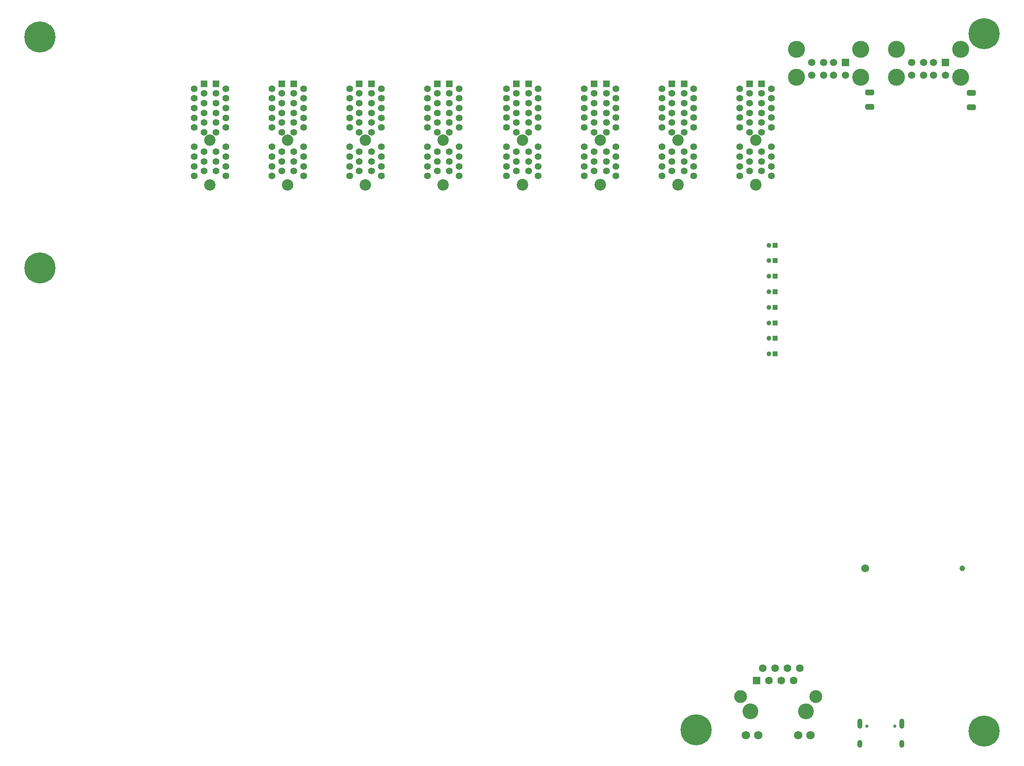
<source format=gbr>
%TF.GenerationSoftware,KiCad,Pcbnew,9.0.7*%
%TF.CreationDate,2026-02-17T10:47:16+01:00*%
%TF.ProjectId,PDNode_Baseboard,50444e6f-6465-45f4-9261-7365626f6172,rev?*%
%TF.SameCoordinates,Original*%
%TF.FileFunction,Soldermask,Bot*%
%TF.FilePolarity,Negative*%
%FSLAX46Y46*%
G04 Gerber Fmt 4.6, Leading zero omitted, Abs format (unit mm)*
G04 Created by KiCad (PCBNEW 9.0.7) date 2026-02-17 10:47:16*
%MOMM*%
%LPD*%
G01*
G04 APERTURE LIST*
G04 Aperture macros list*
%AMRoundRect*
0 Rectangle with rounded corners*
0 $1 Rounding radius*
0 $2 $3 $4 $5 $6 $7 $8 $9 X,Y pos of 4 corners*
0 Add a 4 corners polygon primitive as box body*
4,1,4,$2,$3,$4,$5,$6,$7,$8,$9,$2,$3,0*
0 Add four circle primitives for the rounded corners*
1,1,$1+$1,$2,$3*
1,1,$1+$1,$4,$5*
1,1,$1+$1,$6,$7*
1,1,$1+$1,$8,$9*
0 Add four rect primitives between the rounded corners*
20,1,$1+$1,$2,$3,$4,$5,0*
20,1,$1+$1,$4,$5,$6,$7,0*
20,1,$1+$1,$6,$7,$8,$9,0*
20,1,$1+$1,$8,$9,$2,$3,0*%
G04 Aperture macros list end*
%ADD10C,2.350000*%
%ADD11RoundRect,0.102000X-0.604000X0.604000X-0.604000X-0.604000X0.604000X-0.604000X0.604000X0.604000X0*%
%ADD12C,1.412000*%
%ADD13R,1.000000X1.000000*%
%ADD14C,1.000000*%
%ADD15C,0.800000*%
%ADD16C,6.400000*%
%ADD17C,0.650000*%
%ADD18O,1.000000X2.100000*%
%ADD19O,1.000000X1.600000*%
%ADD20C,3.250000*%
%ADD21RoundRect,0.102000X0.699000X0.699000X-0.699000X0.699000X-0.699000X-0.699000X0.699000X-0.699000X0*%
%ADD22C,1.602000*%
%ADD23C,1.734000*%
%ADD24C,2.649000*%
%ADD25R,1.500000X1.500000*%
%ADD26C,1.500000*%
%ADD27C,3.500000*%
%ADD28C,1.650000*%
%ADD29C,1.150000*%
%ADD30RoundRect,0.250000X-0.650000X0.325000X-0.650000X-0.325000X0.650000X-0.325000X0.650000X0.325000X0*%
G04 APERTURE END LIST*
D10*
%TO.C,J6*%
X230987322Y-99989781D03*
X230987322Y-109139781D03*
D11*
X232237322Y-88339781D03*
D12*
X234237322Y-89339781D03*
X232237322Y-90339781D03*
X234237322Y-91339781D03*
X232237322Y-92339781D03*
X234237322Y-93339781D03*
X232237322Y-94339781D03*
X234237322Y-95339781D03*
X232237322Y-96339781D03*
X234237322Y-97339781D03*
X232237322Y-98339781D03*
X234237322Y-101339781D03*
X232237322Y-102339781D03*
X234237322Y-103339781D03*
X232237322Y-104339781D03*
X234237322Y-105339781D03*
X232237322Y-106339781D03*
X234237322Y-107339781D03*
D11*
X229737322Y-88339781D03*
D12*
X227737322Y-89339781D03*
X229737322Y-90339781D03*
X227737322Y-91339781D03*
X229737322Y-92339781D03*
X227737322Y-93339781D03*
X229737322Y-94339781D03*
X227737322Y-95339781D03*
X229737322Y-96339781D03*
X227737322Y-97339781D03*
X229737322Y-98339781D03*
X227737322Y-101339781D03*
X229737322Y-102339781D03*
X227737322Y-103339781D03*
X229737322Y-104339781D03*
X227737322Y-105339781D03*
X229737322Y-106339781D03*
X227737322Y-107339781D03*
%TD*%
D13*
%TO.C,J14*%
X266970000Y-144000000D03*
D14*
X265700000Y-144000000D03*
%TD*%
D13*
%TO.C,J17*%
X267000000Y-134400000D03*
D14*
X265730000Y-134400000D03*
%TD*%
D10*
%TO.C,J5*%
X246987322Y-99989781D03*
X246987322Y-109139781D03*
D11*
X248237322Y-88339781D03*
D12*
X250237322Y-89339781D03*
X248237322Y-90339781D03*
X250237322Y-91339781D03*
X248237322Y-92339781D03*
X250237322Y-93339781D03*
X248237322Y-94339781D03*
X250237322Y-95339781D03*
X248237322Y-96339781D03*
X250237322Y-97339781D03*
X248237322Y-98339781D03*
X250237322Y-101339781D03*
X248237322Y-102339781D03*
X250237322Y-103339781D03*
X248237322Y-104339781D03*
X250237322Y-105339781D03*
X248237322Y-106339781D03*
X250237322Y-107339781D03*
D11*
X245737322Y-88339781D03*
D12*
X243737322Y-89339781D03*
X245737322Y-90339781D03*
X243737322Y-91339781D03*
X245737322Y-92339781D03*
X243737322Y-93339781D03*
X245737322Y-94339781D03*
X243737322Y-95339781D03*
X245737322Y-96339781D03*
X243737322Y-97339781D03*
X245737322Y-98339781D03*
X243737322Y-101339781D03*
X245737322Y-102339781D03*
X243737322Y-103339781D03*
X245737322Y-104339781D03*
X243737322Y-105339781D03*
X245737322Y-106339781D03*
X243737322Y-107339781D03*
%TD*%
D13*
%TO.C,J16*%
X266970000Y-137600000D03*
D14*
X265700000Y-137600000D03*
%TD*%
D10*
%TO.C,REF\u002A\u002A*%
X198700000Y-100000000D03*
X198700000Y-109150000D03*
%TD*%
%TO.C,J10*%
X166684650Y-100000691D03*
X166684650Y-109150691D03*
D11*
X167934650Y-88350691D03*
D12*
X169934650Y-89350691D03*
X167934650Y-90350691D03*
X169934650Y-91350691D03*
X167934650Y-92350691D03*
X169934650Y-93350691D03*
X167934650Y-94350691D03*
X169934650Y-95350691D03*
X167934650Y-96350691D03*
X169934650Y-97350691D03*
X167934650Y-98350691D03*
X169934650Y-101350691D03*
X167934650Y-102350691D03*
X169934650Y-103350691D03*
X167934650Y-104350691D03*
X169934650Y-105350691D03*
X167934650Y-106350691D03*
X169934650Y-107350691D03*
D11*
X165434650Y-88350691D03*
D12*
X163434650Y-89350691D03*
X165434650Y-90350691D03*
X163434650Y-91350691D03*
X165434650Y-92350691D03*
X163434650Y-93350691D03*
X165434650Y-94350691D03*
X163434650Y-95350691D03*
X165434650Y-96350691D03*
X163434650Y-97350691D03*
X165434650Y-98350691D03*
X163434650Y-101350691D03*
X165434650Y-102350691D03*
X163434650Y-103350691D03*
X165434650Y-104350691D03*
X163434650Y-105350691D03*
X165434650Y-106350691D03*
X163434650Y-107350691D03*
%TD*%
D15*
%TO.C,H3*%
X248297056Y-221447056D03*
X249000000Y-219750000D03*
X249000000Y-223144112D03*
X250697056Y-219047056D03*
D16*
X250697056Y-221447056D03*
D15*
X250697056Y-223847056D03*
X252394112Y-219750000D03*
X252394112Y-223144112D03*
X253097056Y-221447056D03*
%TD*%
%TO.C,H5*%
X113325000Y-126325000D03*
X114027944Y-124627944D03*
X114027944Y-128022056D03*
X115725000Y-123925000D03*
D16*
X115725000Y-126325000D03*
D15*
X115725000Y-128725000D03*
X117422056Y-124627944D03*
X117422056Y-128022056D03*
X118125000Y-126325000D03*
%TD*%
D10*
%TO.C,REF\u002A\u002A*%
X215000000Y-100000000D03*
X215000000Y-109150000D03*
%TD*%
D13*
%TO.C,J21*%
X267000000Y-121600000D03*
D14*
X265730000Y-121600000D03*
%TD*%
D10*
%TO.C,REF\u002A\u002A*%
X166700000Y-100000000D03*
X166700000Y-109150000D03*
%TD*%
D15*
%TO.C,H2*%
X113297056Y-78697056D03*
X114000000Y-77000000D03*
X114000000Y-80394112D03*
X115697056Y-76297056D03*
D16*
X115697056Y-78697056D03*
D15*
X115697056Y-81097056D03*
X117394112Y-77000000D03*
X117394112Y-80394112D03*
X118097056Y-78697056D03*
%TD*%
D13*
%TO.C,J19*%
X267000000Y-128000000D03*
D14*
X265730000Y-128000000D03*
%TD*%
D10*
%TO.C,J4*%
X262987322Y-99989781D03*
X262987322Y-109139781D03*
D11*
X264237322Y-88339781D03*
D12*
X266237322Y-89339781D03*
X264237322Y-90339781D03*
X266237322Y-91339781D03*
X264237322Y-92339781D03*
X266237322Y-93339781D03*
X264237322Y-94339781D03*
X266237322Y-95339781D03*
X264237322Y-96339781D03*
X266237322Y-97339781D03*
X264237322Y-98339781D03*
X266237322Y-101339781D03*
X264237322Y-102339781D03*
X266237322Y-103339781D03*
X264237322Y-104339781D03*
X266237322Y-105339781D03*
X264237322Y-106339781D03*
X266237322Y-107339781D03*
D11*
X261737322Y-88339781D03*
D12*
X259737322Y-89339781D03*
X261737322Y-90339781D03*
X259737322Y-91339781D03*
X261737322Y-92339781D03*
X259737322Y-93339781D03*
X261737322Y-94339781D03*
X259737322Y-95339781D03*
X261737322Y-96339781D03*
X259737322Y-97339781D03*
X261737322Y-98339781D03*
X259737322Y-101339781D03*
X261737322Y-102339781D03*
X259737322Y-103339781D03*
X261737322Y-104339781D03*
X259737322Y-105339781D03*
X261737322Y-106339781D03*
X259737322Y-107339781D03*
%TD*%
D17*
%TO.C,J3*%
X285860000Y-220670000D03*
X291640000Y-220670000D03*
D18*
X284430000Y-220170000D03*
D19*
X284430000Y-224350000D03*
D18*
X293070000Y-220170000D03*
D19*
X293070000Y-224350000D03*
%TD*%
D20*
%TO.C,J1*%
X273325000Y-217675000D03*
X261895000Y-217675000D03*
D21*
X263160000Y-211325000D03*
D22*
X264430000Y-208785000D03*
X265700000Y-211325000D03*
X266970000Y-208785000D03*
X268240000Y-211325000D03*
X269510000Y-208785000D03*
X270780000Y-211325000D03*
X272050000Y-208785000D03*
D23*
X260985000Y-222575000D03*
X263525000Y-222575000D03*
X271695000Y-222575000D03*
X274235000Y-222575000D03*
D24*
X275355000Y-214625000D03*
X259865000Y-214625000D03*
%TD*%
D13*
%TO.C,J15*%
X266970000Y-140800000D03*
D14*
X265700000Y-140800000D03*
%TD*%
D25*
%TO.C,J13*%
X281500002Y-84000000D03*
D26*
X279000002Y-84000000D03*
X277000002Y-84000000D03*
X274500002Y-84000000D03*
X281500002Y-86620000D03*
X279000002Y-86620000D03*
X277000002Y-86620000D03*
X274500002Y-86620000D03*
D27*
X284570002Y-81290000D03*
X271430002Y-81290000D03*
X284570002Y-86970000D03*
X271430002Y-86970000D03*
%TD*%
D10*
%TO.C,J8*%
X198694650Y-100000691D03*
X198694650Y-109150691D03*
D11*
X199944650Y-88350691D03*
D12*
X201944650Y-89350691D03*
X199944650Y-90350691D03*
X201944650Y-91350691D03*
X199944650Y-92350691D03*
X201944650Y-93350691D03*
X199944650Y-94350691D03*
X201944650Y-95350691D03*
X199944650Y-96350691D03*
X201944650Y-97350691D03*
X199944650Y-98350691D03*
X201944650Y-101350691D03*
X199944650Y-102350691D03*
X201944650Y-103350691D03*
X199944650Y-104350691D03*
X201944650Y-105350691D03*
X199944650Y-106350691D03*
X201944650Y-107350691D03*
D11*
X197444650Y-88350691D03*
D12*
X195444650Y-89350691D03*
X197444650Y-90350691D03*
X195444650Y-91350691D03*
X197444650Y-92350691D03*
X195444650Y-93350691D03*
X197444650Y-94350691D03*
X195444650Y-95350691D03*
X197444650Y-96350691D03*
X195444650Y-97350691D03*
X197444650Y-98350691D03*
X195444650Y-101350691D03*
X197444650Y-102350691D03*
X195444650Y-103350691D03*
X197444650Y-104350691D03*
X195444650Y-105350691D03*
X197444650Y-106350691D03*
X195444650Y-107350691D03*
%TD*%
D15*
%TO.C,H4*%
X307600000Y-221750000D03*
X308302944Y-220052944D03*
X308302944Y-223447056D03*
X310000000Y-219350000D03*
D16*
X310000000Y-221750000D03*
D15*
X310000000Y-224150000D03*
X311697056Y-220052944D03*
X311697056Y-223447056D03*
X312400000Y-221750000D03*
%TD*%
D10*
%TO.C,REF\u002A\u002A*%
X150700000Y-100000000D03*
X150700000Y-109150000D03*
%TD*%
D15*
%TO.C,H1*%
X307600000Y-78000000D03*
X308302944Y-76302944D03*
X308302944Y-79697056D03*
X310000000Y-75600000D03*
D16*
X310000000Y-78000000D03*
D15*
X310000000Y-80400000D03*
X311697056Y-76302944D03*
X311697056Y-79697056D03*
X312400000Y-78000000D03*
%TD*%
D10*
%TO.C,REF\u002A\u002A*%
X246975000Y-100000000D03*
X246975000Y-109150000D03*
%TD*%
%TO.C,J11*%
X150684650Y-100000691D03*
X150684650Y-109150691D03*
D11*
X151934650Y-88350691D03*
D12*
X153934650Y-89350691D03*
X151934650Y-90350691D03*
X153934650Y-91350691D03*
X151934650Y-92350691D03*
X153934650Y-93350691D03*
X151934650Y-94350691D03*
X153934650Y-95350691D03*
X151934650Y-96350691D03*
X153934650Y-97350691D03*
X151934650Y-98350691D03*
X153934650Y-101350691D03*
X151934650Y-102350691D03*
X153934650Y-103350691D03*
X151934650Y-104350691D03*
X153934650Y-105350691D03*
X151934650Y-106350691D03*
X153934650Y-107350691D03*
D11*
X149434650Y-88350691D03*
D12*
X147434650Y-89350691D03*
X149434650Y-90350691D03*
X147434650Y-91350691D03*
X149434650Y-92350691D03*
X147434650Y-93350691D03*
X149434650Y-94350691D03*
X147434650Y-95350691D03*
X149434650Y-96350691D03*
X147434650Y-97350691D03*
X149434650Y-98350691D03*
X147434650Y-101350691D03*
X149434650Y-102350691D03*
X147434650Y-103350691D03*
X149434650Y-104350691D03*
X147434650Y-105350691D03*
X149434650Y-106350691D03*
X147434650Y-107350691D03*
%TD*%
D10*
%TO.C,REF\u002A\u002A*%
X182675000Y-100000000D03*
X182675000Y-109150000D03*
%TD*%
D28*
%TO.C,J2*%
X285550000Y-188175000D03*
D29*
X305550000Y-188175000D03*
%TD*%
D13*
%TO.C,J18*%
X267000000Y-131200000D03*
D14*
X265730000Y-131200000D03*
%TD*%
D25*
%TO.C,J12*%
X302070000Y-84000000D03*
D26*
X299570000Y-84000000D03*
X297570000Y-84000000D03*
X295070000Y-84000000D03*
X302070000Y-86620000D03*
X299570000Y-86620000D03*
X297570000Y-86620000D03*
X295070000Y-86620000D03*
D27*
X305140000Y-81290000D03*
X292000000Y-81290000D03*
X305140000Y-86970000D03*
X292000000Y-86970000D03*
%TD*%
D13*
%TO.C,J20*%
X267000000Y-124800000D03*
D14*
X265730000Y-124800000D03*
%TD*%
D10*
%TO.C,REF\u002A\u002A*%
X230975000Y-100000000D03*
X230975000Y-109150000D03*
%TD*%
%TO.C,J7*%
X214987322Y-99989781D03*
X214987322Y-109139781D03*
D11*
X216237322Y-88339781D03*
D12*
X218237322Y-89339781D03*
X216237322Y-90339781D03*
X218237322Y-91339781D03*
X216237322Y-92339781D03*
X218237322Y-93339781D03*
X216237322Y-94339781D03*
X218237322Y-95339781D03*
X216237322Y-96339781D03*
X218237322Y-97339781D03*
X216237322Y-98339781D03*
X218237322Y-101339781D03*
X216237322Y-102339781D03*
X218237322Y-103339781D03*
X216237322Y-104339781D03*
X218237322Y-105339781D03*
X216237322Y-106339781D03*
X218237322Y-107339781D03*
D11*
X213737322Y-88339781D03*
D12*
X211737322Y-89339781D03*
X213737322Y-90339781D03*
X211737322Y-91339781D03*
X213737322Y-92339781D03*
X211737322Y-93339781D03*
X213737322Y-94339781D03*
X211737322Y-95339781D03*
X213737322Y-96339781D03*
X211737322Y-97339781D03*
X213737322Y-98339781D03*
X211737322Y-101339781D03*
X213737322Y-102339781D03*
X211737322Y-103339781D03*
X213737322Y-104339781D03*
X211737322Y-105339781D03*
X213737322Y-106339781D03*
X211737322Y-107339781D03*
%TD*%
D10*
%TO.C,J9*%
X182684650Y-100000691D03*
X182684650Y-109150691D03*
D11*
X183934650Y-88350691D03*
D12*
X185934650Y-89350691D03*
X183934650Y-90350691D03*
X185934650Y-91350691D03*
X183934650Y-92350691D03*
X185934650Y-93350691D03*
X183934650Y-94350691D03*
X185934650Y-95350691D03*
X183934650Y-96350691D03*
X185934650Y-97350691D03*
X183934650Y-98350691D03*
X185934650Y-101350691D03*
X183934650Y-102350691D03*
X185934650Y-103350691D03*
X183934650Y-104350691D03*
X185934650Y-105350691D03*
X183934650Y-106350691D03*
X185934650Y-107350691D03*
D11*
X181434650Y-88350691D03*
D12*
X179434650Y-89350691D03*
X181434650Y-90350691D03*
X179434650Y-91350691D03*
X181434650Y-92350691D03*
X179434650Y-93350691D03*
X181434650Y-94350691D03*
X179434650Y-95350691D03*
X181434650Y-96350691D03*
X179434650Y-97350691D03*
X181434650Y-98350691D03*
X179434650Y-101350691D03*
X181434650Y-102350691D03*
X179434650Y-103350691D03*
X181434650Y-104350691D03*
X179434650Y-105350691D03*
X181434650Y-106350691D03*
X179434650Y-107350691D03*
%TD*%
D10*
%TO.C,REF\u002A\u002A*%
X263000000Y-100000000D03*
X263000000Y-109150000D03*
%TD*%
D30*
%TO.C,C49*%
X286500000Y-90150000D03*
X286500000Y-93100000D03*
%TD*%
%TO.C,C42*%
X307400000Y-90225000D03*
X307400000Y-93175000D03*
%TD*%
M02*

</source>
